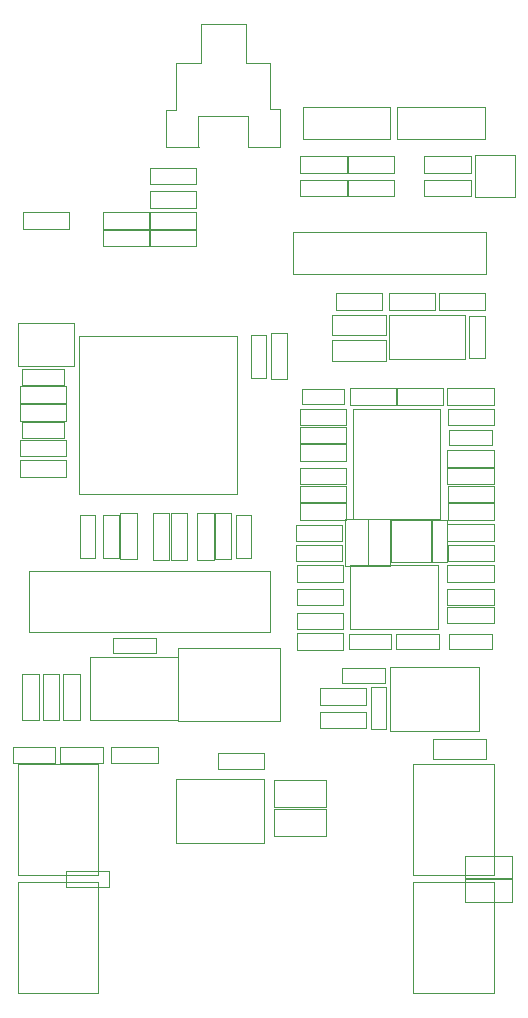
<source format=gbr>
G04 #@! TF.FileFunction,Other,User*
%FSLAX46Y46*%
G04 Gerber Fmt 4.6, Leading zero omitted, Abs format (unit mm)*
G04 Created by KiCad (PCBNEW 4.0.3-stable) date 10/17/17 23:13:47*
%MOMM*%
%LPD*%
G01*
G04 APERTURE LIST*
%ADD10C,0.100000*%
%ADD11C,0.050000*%
G04 APERTURE END LIST*
D10*
D11*
X164150000Y-94500000D02*
X164150000Y-98500000D01*
X164150000Y-98500000D02*
X162250000Y-98500000D01*
X162250000Y-94500000D02*
X162250000Y-98500000D01*
X164150000Y-94500000D02*
X162250000Y-94500000D01*
X151100000Y-97800000D02*
X151100000Y-94200000D01*
X151100000Y-97800000D02*
X152400000Y-97800000D01*
X152400000Y-94200000D02*
X151100000Y-94200000D01*
X152400000Y-94200000D02*
X152400000Y-97800000D01*
X141150000Y-94200000D02*
X141150000Y-97800000D01*
X141150000Y-94200000D02*
X139850000Y-94200000D01*
X139850000Y-97800000D02*
X141150000Y-97800000D01*
X139850000Y-97800000D02*
X139850000Y-94200000D01*
X137850000Y-97800000D02*
X137850000Y-94200000D01*
X137850000Y-97800000D02*
X139150000Y-97800000D01*
X139150000Y-94200000D02*
X137850000Y-94200000D01*
X139150000Y-94200000D02*
X139150000Y-97800000D01*
X132950000Y-86350000D02*
X136550000Y-86350000D01*
X132950000Y-86350000D02*
X132950000Y-87650000D01*
X136550000Y-87650000D02*
X136550000Y-86350000D01*
X136550000Y-87650000D02*
X132950000Y-87650000D01*
X132950000Y-81850000D02*
X136550000Y-81850000D01*
X132950000Y-81850000D02*
X132950000Y-83150000D01*
X136550000Y-83150000D02*
X136550000Y-81850000D01*
X136550000Y-83150000D02*
X132950000Y-83150000D01*
X160650000Y-104250000D02*
X164250000Y-104250000D01*
X160650000Y-104250000D02*
X160650000Y-105550000D01*
X164250000Y-105550000D02*
X164250000Y-104250000D01*
X164250000Y-105550000D02*
X160650000Y-105550000D01*
X132600000Y-134700000D02*
X132600000Y-125300000D01*
X132600000Y-134700000D02*
X139400000Y-134700000D01*
X139400000Y-125300000D02*
X132600000Y-125300000D01*
X139400000Y-125300000D02*
X139400000Y-134700000D01*
X140300000Y-125650000D02*
X136700000Y-125650000D01*
X140300000Y-125650000D02*
X140300000Y-124350000D01*
X136700000Y-124350000D02*
X136700000Y-125650000D01*
X136700000Y-124350000D02*
X140300000Y-124350000D01*
X136200000Y-113850000D02*
X139800000Y-113850000D01*
X136200000Y-113850000D02*
X136200000Y-115150000D01*
X139800000Y-115150000D02*
X139800000Y-113850000D01*
X139800000Y-115150000D02*
X136200000Y-115150000D01*
X153650000Y-78950000D02*
X153650000Y-82550000D01*
X153650000Y-78950000D02*
X152350000Y-78950000D01*
X152350000Y-82550000D02*
X153650000Y-82550000D01*
X152350000Y-82550000D02*
X152350000Y-78950000D01*
X139400000Y-115300000D02*
X139400000Y-124700000D01*
X139400000Y-115300000D02*
X132600000Y-115300000D01*
X132600000Y-124700000D02*
X139400000Y-124700000D01*
X132600000Y-124700000D02*
X132600000Y-115300000D01*
X163800000Y-108750000D02*
X163800000Y-112350000D01*
X163800000Y-108750000D02*
X162500000Y-108750000D01*
X162500000Y-112350000D02*
X163800000Y-112350000D01*
X162500000Y-112350000D02*
X162500000Y-108750000D01*
X163700000Y-108450000D02*
X160100000Y-108450000D01*
X163700000Y-108450000D02*
X163700000Y-107150000D01*
X160100000Y-107150000D02*
X160100000Y-108450000D01*
X160100000Y-107150000D02*
X163700000Y-107150000D01*
X168950000Y-94600000D02*
X168950000Y-98200000D01*
X168950000Y-94600000D02*
X167650000Y-94600000D01*
X167650000Y-98200000D02*
X168950000Y-98200000D01*
X167650000Y-98200000D02*
X167650000Y-94600000D01*
X172900000Y-115300000D02*
X172900000Y-124700000D01*
X172900000Y-115300000D02*
X166100000Y-115300000D01*
X166100000Y-124700000D02*
X172900000Y-124700000D01*
X166100000Y-124700000D02*
X166100000Y-115300000D01*
X160250000Y-84800000D02*
X156650000Y-84800000D01*
X160250000Y-84800000D02*
X160250000Y-83500000D01*
X156650000Y-83500000D02*
X156650000Y-84800000D01*
X156650000Y-83500000D02*
X160250000Y-83500000D01*
X168250000Y-105550000D02*
X164650000Y-105550000D01*
X168250000Y-105550000D02*
X168250000Y-104250000D01*
X164650000Y-104250000D02*
X164650000Y-105550000D01*
X164650000Y-104250000D02*
X168250000Y-104250000D01*
X170850000Y-80900000D02*
X170850000Y-77300000D01*
X170850000Y-80900000D02*
X172150000Y-80900000D01*
X172150000Y-77300000D02*
X170850000Y-77300000D01*
X172150000Y-77300000D02*
X172150000Y-80900000D01*
X163750000Y-81130000D02*
X159250000Y-81130000D01*
X163750000Y-81130000D02*
X163750000Y-79380000D01*
X159250000Y-79380000D02*
X159250000Y-81130000D01*
X159250000Y-79380000D02*
X163750000Y-79380000D01*
X172750000Y-88300000D02*
X169150000Y-88300000D01*
X172750000Y-88300000D02*
X172750000Y-87000000D01*
X169150000Y-87000000D02*
X169150000Y-88300000D01*
X169150000Y-87000000D02*
X172750000Y-87000000D01*
X172750000Y-105550000D02*
X169150000Y-105550000D01*
X172750000Y-105550000D02*
X172750000Y-104250000D01*
X169150000Y-104250000D02*
X169150000Y-105550000D01*
X169150000Y-104250000D02*
X172750000Y-104250000D01*
X163750000Y-78980000D02*
X159250000Y-78980000D01*
X163750000Y-78980000D02*
X163750000Y-77230000D01*
X159250000Y-77230000D02*
X159250000Y-78980000D01*
X159250000Y-77230000D02*
X163750000Y-77230000D01*
X172250000Y-114880000D02*
X167750000Y-114880000D01*
X172250000Y-114880000D02*
X172250000Y-113130000D01*
X167750000Y-113130000D02*
X167750000Y-114880000D01*
X167750000Y-113130000D02*
X172250000Y-113130000D01*
X174500000Y-126950000D02*
X170500000Y-126950000D01*
X170500000Y-126950000D02*
X170500000Y-125050000D01*
X174500000Y-125050000D02*
X170500000Y-125050000D01*
X174500000Y-126950000D02*
X174500000Y-125050000D01*
X174500000Y-124950000D02*
X170500000Y-124950000D01*
X170500000Y-124950000D02*
X170500000Y-123050000D01*
X174500000Y-123050000D02*
X170500000Y-123050000D01*
X174500000Y-124950000D02*
X174500000Y-123050000D01*
X154300000Y-119100000D02*
X158700000Y-119100000D01*
X158700000Y-119100000D02*
X158700000Y-121400000D01*
X158700000Y-121400000D02*
X154300000Y-121400000D01*
X154300000Y-119100000D02*
X154300000Y-121400000D01*
X158700000Y-118900000D02*
X154300000Y-118900000D01*
X154300000Y-118900000D02*
X154300000Y-116600000D01*
X154300000Y-116600000D02*
X158700000Y-116600000D01*
X158700000Y-118900000D02*
X158700000Y-116600000D01*
X154800000Y-105450000D02*
X146150000Y-105450000D01*
X146150000Y-105450000D02*
X146150000Y-111600000D01*
X146150000Y-111600000D02*
X154800000Y-111600000D01*
X154800000Y-111600000D02*
X154800000Y-105450000D01*
X164200000Y-94650000D02*
X167600000Y-94650000D01*
X167600000Y-94650000D02*
X167600000Y-98150000D01*
X167600000Y-98150000D02*
X164200000Y-98150000D01*
X164200000Y-98150000D02*
X164200000Y-94650000D01*
X174700000Y-67250000D02*
X171300000Y-67250000D01*
X171300000Y-67250000D02*
X171300000Y-63750000D01*
X171300000Y-63750000D02*
X174700000Y-63750000D01*
X174700000Y-63750000D02*
X174700000Y-67250000D01*
X164460000Y-65200000D02*
X160550000Y-65200000D01*
X164460000Y-65200000D02*
X164460000Y-63800000D01*
X160550000Y-63800000D02*
X160550000Y-65200000D01*
X160550000Y-63800000D02*
X164460000Y-63800000D01*
X156540000Y-63800000D02*
X160450000Y-63800000D01*
X156540000Y-63800000D02*
X156540000Y-65200000D01*
X160450000Y-65200000D02*
X160450000Y-63800000D01*
X160450000Y-65200000D02*
X156540000Y-65200000D01*
X167040000Y-63800000D02*
X170950000Y-63800000D01*
X167040000Y-63800000D02*
X167040000Y-65200000D01*
X170950000Y-65200000D02*
X170950000Y-63800000D01*
X170950000Y-65200000D02*
X167040000Y-65200000D01*
X156240000Y-98450000D02*
X160150000Y-98450000D01*
X156240000Y-98450000D02*
X156240000Y-99850000D01*
X160150000Y-99850000D02*
X160150000Y-98450000D01*
X160150000Y-99850000D02*
X156240000Y-99850000D01*
X160160000Y-101850000D02*
X156250000Y-101850000D01*
X160160000Y-101850000D02*
X160160000Y-100450000D01*
X156250000Y-100450000D02*
X156250000Y-101850000D01*
X156250000Y-100450000D02*
X160160000Y-100450000D01*
X160160000Y-103850000D02*
X156250000Y-103850000D01*
X160160000Y-103850000D02*
X160160000Y-102450000D01*
X156250000Y-102450000D02*
X156250000Y-103850000D01*
X156250000Y-102450000D02*
X160160000Y-102450000D01*
X156240000Y-104200000D02*
X160150000Y-104200000D01*
X156240000Y-104200000D02*
X156240000Y-105600000D01*
X160150000Y-105600000D02*
X160150000Y-104200000D01*
X160150000Y-105600000D02*
X156240000Y-105600000D01*
X132790000Y-84800000D02*
X136700000Y-84800000D01*
X132790000Y-84800000D02*
X132790000Y-86200000D01*
X136700000Y-86200000D02*
X136700000Y-84800000D01*
X136700000Y-86200000D02*
X132790000Y-86200000D01*
X132790000Y-83300000D02*
X136700000Y-83300000D01*
X132790000Y-83300000D02*
X132790000Y-84700000D01*
X136700000Y-84700000D02*
X136700000Y-83300000D01*
X136700000Y-84700000D02*
X132790000Y-84700000D01*
X142700000Y-94040000D02*
X142700000Y-97950000D01*
X142700000Y-94040000D02*
X141300000Y-94040000D01*
X141300000Y-97950000D02*
X142700000Y-97950000D01*
X141300000Y-97950000D02*
X141300000Y-94040000D01*
X147710000Y-68200000D02*
X143800000Y-68200000D01*
X147710000Y-68200000D02*
X147710000Y-66800000D01*
X143800000Y-66800000D02*
X143800000Y-68200000D01*
X143800000Y-66800000D02*
X147710000Y-66800000D01*
X147710000Y-66200000D02*
X143800000Y-66200000D01*
X147710000Y-66200000D02*
X147710000Y-64800000D01*
X143800000Y-64800000D02*
X143800000Y-66200000D01*
X143800000Y-64800000D02*
X147710000Y-64800000D01*
X154050000Y-82710000D02*
X154050000Y-78800000D01*
X154050000Y-82710000D02*
X155450000Y-82710000D01*
X155450000Y-78800000D02*
X154050000Y-78800000D01*
X155450000Y-78800000D02*
X155450000Y-82710000D01*
X144460000Y-115200000D02*
X140550000Y-115200000D01*
X144460000Y-115200000D02*
X144460000Y-113800000D01*
X140550000Y-113800000D02*
X140550000Y-115200000D01*
X140550000Y-113800000D02*
X144460000Y-113800000D01*
X145550000Y-97960000D02*
X145550000Y-94050000D01*
X145550000Y-97960000D02*
X146950000Y-97960000D01*
X146950000Y-94050000D02*
X145550000Y-94050000D01*
X146950000Y-94050000D02*
X146950000Y-97960000D01*
X144050000Y-97960000D02*
X144050000Y-94050000D01*
X144050000Y-97960000D02*
X145450000Y-97960000D01*
X145450000Y-94050000D02*
X144050000Y-94050000D01*
X145450000Y-94050000D02*
X145450000Y-97960000D01*
X136475000Y-111585000D02*
X136475000Y-107675000D01*
X136475000Y-111585000D02*
X137875000Y-111585000D01*
X137875000Y-107675000D02*
X136475000Y-107675000D01*
X137875000Y-107675000D02*
X137875000Y-111585000D01*
X134375000Y-107665000D02*
X134375000Y-111575000D01*
X134375000Y-107665000D02*
X132975000Y-107665000D01*
X132975000Y-111575000D02*
X134375000Y-111575000D01*
X132975000Y-111575000D02*
X132975000Y-107665000D01*
X134725000Y-111585000D02*
X134725000Y-107675000D01*
X134725000Y-111585000D02*
X136125000Y-111585000D01*
X136125000Y-107675000D02*
X134725000Y-107675000D01*
X136125000Y-107675000D02*
X136125000Y-111585000D01*
X162110000Y-112250000D02*
X158200000Y-112250000D01*
X162110000Y-112250000D02*
X162110000Y-110850000D01*
X158200000Y-110850000D02*
X158200000Y-112250000D01*
X158200000Y-110850000D02*
X162110000Y-110850000D01*
X172910000Y-98100000D02*
X169000000Y-98100000D01*
X172910000Y-98100000D02*
X172910000Y-96700000D01*
X169000000Y-96700000D02*
X169000000Y-98100000D01*
X169000000Y-96700000D02*
X172910000Y-96700000D01*
X162110000Y-110250000D02*
X158200000Y-110250000D01*
X162110000Y-110250000D02*
X162110000Y-108850000D01*
X158200000Y-108850000D02*
X158200000Y-110250000D01*
X158200000Y-108850000D02*
X162110000Y-108850000D01*
X168990000Y-98450000D02*
X172900000Y-98450000D01*
X168990000Y-98450000D02*
X168990000Y-99850000D01*
X172900000Y-99850000D02*
X172900000Y-98450000D01*
X172900000Y-99850000D02*
X168990000Y-99850000D01*
X168990000Y-100450000D02*
X172900000Y-100450000D01*
X168990000Y-100450000D02*
X168990000Y-101850000D01*
X172900000Y-101850000D02*
X172900000Y-100450000D01*
X172900000Y-101850000D02*
X168990000Y-101850000D01*
X156490000Y-85200000D02*
X160400000Y-85200000D01*
X156490000Y-85200000D02*
X156490000Y-86600000D01*
X160400000Y-86600000D02*
X160400000Y-85200000D01*
X160400000Y-86600000D02*
X156490000Y-86600000D01*
X160410000Y-91600000D02*
X156500000Y-91600000D01*
X160410000Y-91600000D02*
X160410000Y-90200000D01*
X156500000Y-90200000D02*
X156500000Y-91600000D01*
X156500000Y-90200000D02*
X160410000Y-90200000D01*
X156490000Y-91700000D02*
X160400000Y-91700000D01*
X156490000Y-91700000D02*
X156490000Y-93100000D01*
X160400000Y-93100000D02*
X160400000Y-91700000D01*
X160400000Y-93100000D02*
X156490000Y-93100000D01*
X160410000Y-94600000D02*
X156500000Y-94600000D01*
X160410000Y-94600000D02*
X160410000Y-93200000D01*
X156500000Y-93200000D02*
X156500000Y-94600000D01*
X156500000Y-93200000D02*
X160410000Y-93200000D01*
X168990000Y-90200000D02*
X172900000Y-90200000D01*
X168990000Y-90200000D02*
X168990000Y-91600000D01*
X172900000Y-91600000D02*
X172900000Y-90200000D01*
X172900000Y-91600000D02*
X168990000Y-91600000D01*
X168990000Y-88700000D02*
X172900000Y-88700000D01*
X168990000Y-88700000D02*
X168990000Y-90100000D01*
X172900000Y-90100000D02*
X172900000Y-88700000D01*
X172900000Y-90100000D02*
X168990000Y-90100000D01*
X168990000Y-101950000D02*
X172900000Y-101950000D01*
X168990000Y-101950000D02*
X168990000Y-103350000D01*
X172900000Y-103350000D02*
X172900000Y-101950000D01*
X172900000Y-103350000D02*
X168990000Y-103350000D01*
X160410000Y-88100000D02*
X156500000Y-88100000D01*
X160410000Y-88100000D02*
X160410000Y-86700000D01*
X156500000Y-86700000D02*
X156500000Y-88100000D01*
X156500000Y-86700000D02*
X160410000Y-86700000D01*
X156490000Y-88200000D02*
X160400000Y-88200000D01*
X156490000Y-88200000D02*
X156490000Y-89600000D01*
X160400000Y-89600000D02*
X160400000Y-88200000D01*
X160400000Y-89600000D02*
X156490000Y-89600000D01*
X172910000Y-93100000D02*
X169000000Y-93100000D01*
X172910000Y-93100000D02*
X172910000Y-91700000D01*
X169000000Y-91700000D02*
X169000000Y-93100000D01*
X169000000Y-91700000D02*
X172910000Y-91700000D01*
X163460000Y-76800000D02*
X159550000Y-76800000D01*
X163460000Y-76800000D02*
X163460000Y-75400000D01*
X159550000Y-75400000D02*
X159550000Y-76800000D01*
X159550000Y-75400000D02*
X163460000Y-75400000D01*
X160060000Y-98100000D02*
X156150000Y-98100000D01*
X160060000Y-98100000D02*
X160060000Y-96700000D01*
X156150000Y-96700000D02*
X156150000Y-98100000D01*
X156150000Y-96700000D02*
X160060000Y-96700000D01*
X172910000Y-94600000D02*
X169000000Y-94600000D01*
X172910000Y-94600000D02*
X172910000Y-93200000D01*
X169000000Y-93200000D02*
X169000000Y-94600000D01*
X169000000Y-93200000D02*
X172910000Y-93200000D01*
X160060000Y-96400000D02*
X156150000Y-96400000D01*
X160060000Y-96400000D02*
X160060000Y-95000000D01*
X156150000Y-95000000D02*
X156150000Y-96400000D01*
X156150000Y-95000000D02*
X160060000Y-95000000D01*
X168990000Y-94950000D02*
X172900000Y-94950000D01*
X168990000Y-94950000D02*
X168990000Y-96350000D01*
X172900000Y-96350000D02*
X172900000Y-94950000D01*
X172900000Y-96350000D02*
X168990000Y-96350000D01*
X167960000Y-76800000D02*
X164050000Y-76800000D01*
X167960000Y-76800000D02*
X167960000Y-75400000D01*
X164050000Y-75400000D02*
X164050000Y-76800000D01*
X164050000Y-75400000D02*
X167960000Y-75400000D01*
X172210000Y-76800000D02*
X168300000Y-76800000D01*
X172210000Y-76800000D02*
X172210000Y-75400000D01*
X168300000Y-75400000D02*
X168300000Y-76800000D01*
X168300000Y-75400000D02*
X172210000Y-75400000D01*
X170960000Y-67200000D02*
X167050000Y-67200000D01*
X170960000Y-67200000D02*
X170960000Y-65800000D01*
X167050000Y-65800000D02*
X167050000Y-67200000D01*
X167050000Y-65800000D02*
X170960000Y-65800000D01*
X153460000Y-115700000D02*
X149550000Y-115700000D01*
X153460000Y-115700000D02*
X153460000Y-114300000D01*
X149550000Y-114300000D02*
X149550000Y-115700000D01*
X149550000Y-114300000D02*
X153460000Y-114300000D01*
X172910000Y-86600000D02*
X169000000Y-86600000D01*
X172910000Y-86600000D02*
X172910000Y-85200000D01*
X169000000Y-85200000D02*
X169000000Y-86600000D01*
X169000000Y-85200000D02*
X172910000Y-85200000D01*
X168990000Y-83450000D02*
X172900000Y-83450000D01*
X168990000Y-83450000D02*
X168990000Y-84850000D01*
X172900000Y-84850000D02*
X172900000Y-83450000D01*
X172900000Y-84850000D02*
X168990000Y-84850000D01*
X164740000Y-83450000D02*
X168650000Y-83450000D01*
X164740000Y-83450000D02*
X164740000Y-84850000D01*
X168650000Y-84850000D02*
X168650000Y-83450000D01*
X168650000Y-84850000D02*
X164740000Y-84850000D01*
X160740000Y-83450000D02*
X164650000Y-83450000D01*
X160740000Y-83450000D02*
X160740000Y-84850000D01*
X164650000Y-84850000D02*
X164650000Y-83450000D01*
X164650000Y-84850000D02*
X160740000Y-84850000D01*
X160720000Y-98450000D02*
X160720000Y-103850000D01*
X168180000Y-98450000D02*
X168180000Y-103850000D01*
X160720000Y-98450000D02*
X168180000Y-98450000D01*
X160720000Y-103850000D02*
X168180000Y-103850000D01*
X137800000Y-79050000D02*
X137800000Y-92450000D01*
X151200000Y-79050000D02*
X151200000Y-92450000D01*
X137800000Y-79050000D02*
X151200000Y-79050000D01*
X137800000Y-92450000D02*
X151200000Y-92450000D01*
X146155000Y-111575000D02*
X146155000Y-106175000D01*
X138695000Y-111575000D02*
X138695000Y-106175000D01*
X146155000Y-111575000D02*
X138695000Y-111575000D01*
X146155000Y-106175000D02*
X138695000Y-106175000D01*
X132600000Y-81550000D02*
X132600000Y-77950000D01*
X137400000Y-81550000D02*
X132600000Y-81550000D01*
X137400000Y-77950000D02*
X137400000Y-81550000D01*
X132600000Y-77950000D02*
X137400000Y-77950000D01*
X161000000Y-85250000D02*
X161000000Y-94550000D01*
X168400000Y-85250000D02*
X168400000Y-94550000D01*
X161000000Y-85250000D02*
X168400000Y-85250000D01*
X161000000Y-94550000D02*
X168400000Y-94550000D01*
X171630000Y-112500000D02*
X171630000Y-107100000D01*
X164170000Y-112500000D02*
X164170000Y-107100000D01*
X171630000Y-112500000D02*
X164170000Y-112500000D01*
X171630000Y-107100000D02*
X164170000Y-107100000D01*
X164050000Y-77250000D02*
X164050000Y-80950000D01*
X170450000Y-77250000D02*
X170450000Y-80950000D01*
X164050000Y-77250000D02*
X170450000Y-77250000D01*
X164050000Y-80950000D02*
X170450000Y-80950000D01*
X153480000Y-121950000D02*
X153480000Y-116550000D01*
X146020000Y-121950000D02*
X146020000Y-116550000D01*
X153480000Y-121950000D02*
X146020000Y-121950000D01*
X153480000Y-116550000D02*
X146020000Y-116550000D01*
X153950000Y-104100000D02*
X153950000Y-98900000D01*
X153950000Y-98900000D02*
X133550000Y-98900000D01*
X133550000Y-98900000D02*
X133550000Y-104100000D01*
X133550000Y-104100000D02*
X153950000Y-104100000D01*
X135800000Y-115150000D02*
X132200000Y-115150000D01*
X135800000Y-115150000D02*
X135800000Y-113850000D01*
X132200000Y-113850000D02*
X132200000Y-115150000D01*
X132200000Y-113850000D02*
X135800000Y-113850000D01*
X147950000Y-63000000D02*
X145150000Y-63000000D01*
X145150000Y-63000000D02*
X145150000Y-59900000D01*
X145150000Y-59900000D02*
X146000000Y-59900000D01*
X146000000Y-59900000D02*
X146000000Y-55950000D01*
X152150000Y-63000000D02*
X154850000Y-63000000D01*
X154850000Y-63000000D02*
X154850000Y-59850000D01*
X154850000Y-59850000D02*
X154000000Y-59850000D01*
X154000000Y-59850000D02*
X154000000Y-55950000D01*
X147850000Y-60450000D02*
X152150000Y-60450000D01*
X154000000Y-55950000D02*
X151900000Y-55950000D01*
X151900000Y-55950000D02*
X151900000Y-52650000D01*
X151900000Y-52650000D02*
X148100000Y-52650000D01*
X148100000Y-52650000D02*
X148100000Y-55950000D01*
X148100000Y-55950000D02*
X146000000Y-55950000D01*
X147850000Y-63050000D02*
X147850000Y-60450000D01*
X152150000Y-60450000D02*
X152150000Y-63000000D01*
X164150000Y-62350000D02*
X164150000Y-59650000D01*
X164150000Y-59650000D02*
X156750000Y-59650000D01*
X156750000Y-59650000D02*
X156750000Y-62350000D01*
X156750000Y-62350000D02*
X164150000Y-62350000D01*
X172150000Y-62350000D02*
X172150000Y-59650000D01*
X172150000Y-59650000D02*
X164750000Y-59650000D01*
X164750000Y-59650000D02*
X164750000Y-62350000D01*
X164750000Y-62350000D02*
X172150000Y-62350000D01*
X136960000Y-69950000D02*
X133050000Y-69950000D01*
X136960000Y-69950000D02*
X136960000Y-68550000D01*
X133050000Y-68550000D02*
X133050000Y-69950000D01*
X133050000Y-68550000D02*
X136960000Y-68550000D01*
X166100000Y-134700000D02*
X166100000Y-125300000D01*
X166100000Y-134700000D02*
X172900000Y-134700000D01*
X172900000Y-125300000D02*
X166100000Y-125300000D01*
X172900000Y-125300000D02*
X172900000Y-134700000D01*
X144300000Y-105900000D02*
X140700000Y-105900000D01*
X144300000Y-105900000D02*
X144300000Y-104600000D01*
X140700000Y-104600000D02*
X140700000Y-105900000D01*
X140700000Y-104600000D02*
X144300000Y-104600000D01*
X147800000Y-97960000D02*
X147800000Y-94050000D01*
X147800000Y-97960000D02*
X149200000Y-97960000D01*
X149200000Y-94050000D02*
X147800000Y-94050000D01*
X149200000Y-94050000D02*
X149200000Y-97960000D01*
X132790000Y-87800000D02*
X136700000Y-87800000D01*
X132790000Y-87800000D02*
X132790000Y-89200000D01*
X136700000Y-89200000D02*
X136700000Y-87800000D01*
X136700000Y-89200000D02*
X132790000Y-89200000D01*
X150700000Y-94040000D02*
X150700000Y-97950000D01*
X150700000Y-94040000D02*
X149300000Y-94040000D01*
X149300000Y-97950000D02*
X150700000Y-97950000D01*
X149300000Y-97950000D02*
X149300000Y-94040000D01*
X136710000Y-90950000D02*
X132800000Y-90950000D01*
X136710000Y-90950000D02*
X136710000Y-89550000D01*
X132800000Y-89550000D02*
X132800000Y-90950000D01*
X132800000Y-89550000D02*
X136710000Y-89550000D01*
X155950000Y-73800000D02*
X172250000Y-73800000D01*
X172250000Y-73800000D02*
X172250000Y-70200000D01*
X172250000Y-70200000D02*
X155950000Y-70200000D01*
X155950000Y-70200000D02*
X155950000Y-73800000D01*
X143710000Y-69950000D02*
X139800000Y-69950000D01*
X143710000Y-69950000D02*
X143710000Y-68550000D01*
X139800000Y-68550000D02*
X139800000Y-69950000D01*
X139800000Y-68550000D02*
X143710000Y-68550000D01*
X143710000Y-71450000D02*
X139800000Y-71450000D01*
X143710000Y-71450000D02*
X143710000Y-70050000D01*
X139800000Y-70050000D02*
X139800000Y-71450000D01*
X139800000Y-70050000D02*
X143710000Y-70050000D01*
X143790000Y-68550000D02*
X147700000Y-68550000D01*
X143790000Y-68550000D02*
X143790000Y-69950000D01*
X147700000Y-69950000D02*
X147700000Y-68550000D01*
X147700000Y-69950000D02*
X143790000Y-69950000D01*
X143790000Y-70050000D02*
X147700000Y-70050000D01*
X143790000Y-70050000D02*
X143790000Y-71450000D01*
X147700000Y-71450000D02*
X147700000Y-70050000D01*
X147700000Y-71450000D02*
X143790000Y-71450000D01*
X160460000Y-67200000D02*
X156550000Y-67200000D01*
X160460000Y-67200000D02*
X160460000Y-65800000D01*
X156550000Y-65800000D02*
X156550000Y-67200000D01*
X156550000Y-65800000D02*
X160460000Y-65800000D01*
X164460000Y-67200000D02*
X160550000Y-67200000D01*
X164460000Y-67200000D02*
X164460000Y-65800000D01*
X160550000Y-65800000D02*
X160550000Y-67200000D01*
X160550000Y-65800000D02*
X164460000Y-65800000D01*
X162250000Y-94500000D02*
X162250000Y-98500000D01*
X162250000Y-98500000D02*
X160350000Y-98500000D01*
X160350000Y-94500000D02*
X160350000Y-98500000D01*
X162250000Y-94500000D02*
X160350000Y-94500000D01*
M02*

</source>
